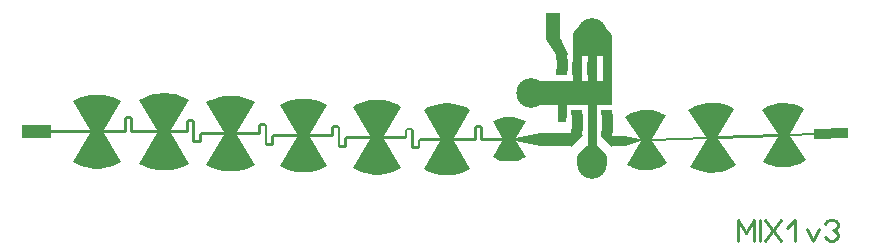
<source format=gbr>
%FSLAX34Y34*%
%MOMM*%
%LNCOPPER_TOP*%
G71*
G01*
%ADD10R,0.800X1.100*%
%ADD11C,0.800*%
%ADD12R,7.300X2.100*%
%ADD13C,2.500*%
%ADD14C,0.930*%
%ADD15C,0.010*%
%ADD16C,1.200*%
%ADD17C,0.222*%
%LPD*%
X457770Y912450D02*
G54D10*
D03*
X457770Y953250D02*
G54D10*
D03*
X470470Y912450D02*
G54D10*
D03*
G36*
X466470Y958750D02*
X474470Y958750D01*
X474470Y947750D01*
X466470Y947750D01*
X466470Y958750D01*
G37*
X483170Y912450D02*
G54D10*
D03*
G36*
X479170Y958750D02*
X487170Y958750D01*
X487170Y947750D01*
X479170Y947750D01*
X479170Y958750D01*
G37*
X495870Y912450D02*
G54D10*
D03*
X495870Y953250D02*
G54D10*
D03*
G54D11*
X457770Y912450D02*
X457770Y930450D01*
G54D11*
X483170Y912450D02*
X483170Y930050D01*
X482770Y930450D01*
G54D11*
X470470Y953250D02*
X470500Y940700D01*
X467870Y936150D01*
X467270Y935450D01*
G54D11*
X483170Y953250D02*
X483170Y934850D01*
X482770Y934450D01*
G54D11*
X495870Y953250D02*
X495870Y935550D01*
X494770Y934450D01*
X463470Y932450D02*
G54D12*
D03*
X431770Y932450D02*
G54D13*
D03*
X483170Y982850D02*
G54D13*
D03*
G54D11*
X470470Y953250D02*
X470470Y975150D01*
X479770Y986450D01*
G54D11*
X495870Y953250D02*
X495870Y980350D01*
X490770Y985450D01*
G54D11*
X483170Y953250D02*
X483170Y982850D01*
G54D11*
X470770Y967450D02*
X494770Y967450D01*
X480770Y967450D01*
X474770Y973450D01*
G36*
X470470Y975150D02*
X470470Y982150D01*
X475770Y987450D01*
X490014Y987426D01*
X495870Y980350D01*
X495870Y968550D01*
X494770Y967450D01*
X470470Y975150D01*
G37*
G54D11*
X470470Y975150D02*
X470470Y982150D01*
X475770Y987450D01*
X490014Y987426D01*
X495870Y980350D01*
X495870Y968550D01*
X494770Y967450D01*
X470470Y975150D01*
G54D14*
X470445Y913400D02*
X470437Y901531D01*
G36*
X475095Y913397D02*
X465795Y913403D01*
X465798Y918053D01*
X475098Y918047D01*
X475095Y913397D01*
G37*
G36*
X465787Y901534D02*
X475087Y901528D01*
X475084Y896878D01*
X465784Y896884D01*
X465787Y901534D01*
G37*
G36*
X465799Y887688D02*
X475034Y896883D01*
X465832Y896874D01*
X465799Y887688D01*
G37*
G54D15*
X465799Y887688D02*
X475034Y896883D01*
X465832Y896874D01*
X465799Y887688D01*
G54D11*
X483170Y912450D02*
X483170Y871850D01*
X483270Y871750D01*
X483170Y871850D02*
G54D13*
D03*
G54D14*
X457770Y952250D02*
X457770Y960250D01*
G36*
X453120Y952250D02*
X462420Y952250D01*
X462420Y947600D01*
X453120Y947600D01*
X453120Y952250D01*
G37*
G36*
X462420Y960250D02*
X453120Y960250D01*
X453120Y964900D01*
X462420Y964900D01*
X462420Y960250D01*
G37*
G54D14*
X475270Y871750D02*
X475270Y878250D01*
X483020Y886000D01*
G54D14*
X491112Y871750D02*
X491112Y878250D01*
X483362Y886000D01*
G54D14*
X495870Y913400D02*
X495878Y900031D01*
G36*
X500520Y913403D02*
X491220Y913397D01*
X491217Y918047D01*
X500517Y918053D01*
X500520Y913403D01*
G37*
G36*
X491228Y900029D02*
X500528Y900034D01*
X500531Y895384D01*
X491231Y895379D01*
X491228Y900029D01*
G37*
G36*
X499328Y887478D02*
X491281Y895383D01*
X499233Y895374D01*
X499328Y887478D01*
G37*
G54D15*
X499328Y887478D02*
X491281Y895383D01*
X499233Y895374D01*
X499328Y887478D01*
G36*
X453169Y964899D02*
X444071Y978001D01*
X455974Y977982D01*
X462370Y964899D01*
X453169Y964899D01*
G37*
G54D15*
X453169Y964899D02*
X444071Y978001D01*
X455974Y977982D01*
X462370Y964899D01*
X453169Y964899D01*
G54D16*
X450020Y984000D02*
X450020Y994000D01*
G36*
X444020Y984000D02*
X456020Y984000D01*
X456020Y978000D01*
X444020Y978000D01*
X444020Y984000D01*
G37*
G36*
X456020Y994000D02*
X444020Y994000D01*
X444020Y1000000D01*
X456020Y1000000D01*
X456020Y994000D01*
G37*
G54D17*
X607087Y807087D02*
X607087Y824865D01*
X613754Y813754D01*
X620420Y824865D01*
X620420Y807087D01*
G54D17*
X625309Y807087D02*
X625309Y824865D01*
G54D17*
X630198Y824865D02*
X643531Y807087D01*
G54D17*
X630198Y807087D02*
X643531Y824865D01*
G54D17*
X648420Y818198D02*
X655087Y824865D01*
X655087Y807087D01*
G54D17*
X665132Y817087D02*
X670465Y807087D01*
X675799Y817087D01*
G54D17*
X680688Y821531D02*
X682021Y823754D01*
X684688Y824865D01*
X687355Y824865D01*
X690021Y823754D01*
X691355Y821531D01*
X691355Y819309D01*
X690021Y817087D01*
X687355Y815976D01*
X690021Y814865D01*
X691355Y812643D01*
X691355Y810420D01*
X690021Y808198D01*
X687355Y807087D01*
X684688Y807087D01*
X682021Y808198D01*
X680688Y810420D01*
G36*
X796Y893793D02*
X25599Y893793D01*
X25599Y904995D01*
X796Y904995D01*
X796Y893793D01*
G37*
G36*
X25599Y898189D02*
X58468Y898189D01*
X58468Y900599D01*
X25599Y900599D01*
X25599Y898189D01*
G37*
G36*
X58468Y898189D02*
X58468Y900599D01*
X44040Y925224D01*
X47456Y927010D01*
X51028Y928460D01*
X54723Y929559D01*
X58507Y930297D01*
X62344Y930668D01*
X66199Y930668D01*
X70036Y930297D01*
X73819Y929559D01*
X77514Y928460D01*
X81086Y927010D01*
X84502Y925224D01*
X70074Y900599D01*
X70074Y898189D01*
X84502Y873564D01*
X81086Y871778D01*
X77514Y870329D01*
X73819Y869230D01*
X70036Y868491D01*
X66199Y868120D01*
X62344Y868120D01*
X58507Y868491D01*
X54723Y869230D01*
X51028Y870329D01*
X47456Y871778D01*
X44040Y873564D01*
X58468Y898189D01*
G37*
G36*
X70074Y898189D02*
X88115Y898189D01*
X89819Y899893D01*
X89819Y910093D01*
X92229Y910093D01*
X92229Y899893D01*
X93934Y898189D01*
X115372Y898189D01*
X115372Y900599D01*
X94640Y900599D01*
X94640Y910799D01*
X92935Y912503D01*
X89113Y912503D01*
X87409Y910799D01*
X87409Y900599D01*
X70074Y900599D01*
X70074Y898189D01*
G37*
G36*
X115372Y898189D02*
X115372Y900599D01*
X100212Y926473D01*
X103752Y928324D01*
X107453Y929826D01*
X111281Y930964D01*
X115202Y931730D01*
X119178Y932114D01*
X123172Y932114D01*
X127148Y931730D01*
X131068Y930964D01*
X134897Y929826D01*
X138598Y928324D01*
X142137Y926473D01*
X126978Y900599D01*
X126978Y898189D01*
X142137Y872315D01*
X138598Y870464D01*
X134897Y868962D01*
X131068Y867824D01*
X127148Y867059D01*
X123172Y866674D01*
X119178Y866674D01*
X115202Y867059D01*
X111281Y867824D01*
X107453Y868962D01*
X103752Y870464D01*
X100212Y872315D01*
X115372Y898189D01*
G37*
G36*
X126978Y898189D02*
X140137Y898189D01*
X141842Y899893D01*
X141842Y907764D01*
X144900Y907764D01*
X144900Y891754D01*
X146605Y890050D01*
X151075Y890050D01*
X152780Y891754D01*
X152780Y896625D01*
X171614Y896625D01*
X171614Y899035D01*
X152074Y899035D01*
X150369Y897331D01*
X150369Y892460D01*
X147311Y892460D01*
X147311Y908470D01*
X145606Y910174D01*
X141136Y910174D01*
X139431Y908470D01*
X139431Y900599D01*
X126978Y900599D01*
X126978Y898189D01*
G37*
G36*
X171614Y896625D02*
X171614Y899035D01*
X156873Y924194D01*
X160342Y926007D01*
X163969Y927479D01*
X167721Y928595D01*
X171563Y929345D01*
X175459Y929722D01*
X179374Y929722D01*
X183270Y929345D01*
X187112Y928595D01*
X190864Y927479D01*
X194491Y926007D01*
X197960Y924194D01*
X183219Y899035D01*
X183219Y896625D01*
X197960Y871467D01*
X194491Y869653D01*
X190864Y868181D01*
X187112Y867065D01*
X183270Y866315D01*
X179374Y865939D01*
X175459Y865939D01*
X171563Y866315D01*
X167721Y867065D01*
X163969Y868181D01*
X160342Y869653D01*
X156873Y871467D01*
X171614Y896625D01*
G37*
G36*
X183219Y896625D02*
X201395Y896625D01*
X203100Y898329D01*
X203100Y904578D01*
X206158Y904578D01*
X206158Y888812D01*
X207863Y887108D01*
X212333Y887108D01*
X214038Y888812D01*
X214038Y895061D01*
X233376Y895061D01*
X233376Y897471D01*
X213332Y897471D01*
X211627Y895767D01*
X211627Y889518D01*
X208569Y889518D01*
X208569Y905284D01*
X206864Y906988D01*
X202394Y906988D01*
X200689Y905284D01*
X200689Y899035D01*
X183219Y899035D01*
X183219Y896625D01*
G37*
G36*
X233376Y895061D02*
X233376Y897471D01*
X219028Y921960D01*
X222430Y923740D01*
X225988Y925184D01*
X229669Y926278D01*
X233437Y927014D01*
X237259Y927383D01*
X241099Y927383D01*
X244921Y927014D01*
X248690Y926278D01*
X252370Y925184D01*
X255928Y923740D01*
X259331Y921960D01*
X244982Y897471D01*
X244982Y895061D01*
X259331Y870572D01*
X255928Y868792D01*
X252370Y867349D01*
X248690Y866254D01*
X244921Y865519D01*
X241099Y865149D01*
X237259Y865149D01*
X233437Y865519D01*
X229669Y866254D01*
X225988Y867349D01*
X222430Y868792D01*
X219028Y870572D01*
X233376Y895061D01*
G37*
G36*
X244982Y895061D02*
X263158Y895061D01*
X264862Y896765D01*
X264862Y902899D01*
X267921Y902899D01*
X267921Y887363D01*
X269625Y885659D01*
X274096Y885659D01*
X275800Y887363D01*
X275800Y893497D01*
X295668Y893497D01*
X295668Y895907D01*
X275094Y895907D01*
X273390Y894203D01*
X273390Y888069D01*
X270331Y888069D01*
X270331Y903605D01*
X268627Y905309D01*
X264156Y905309D01*
X262452Y903605D01*
X262452Y897471D01*
X244982Y897471D01*
X244982Y895061D01*
G37*
G36*
X295668Y893497D02*
X295668Y895907D01*
X281111Y920752D01*
X284549Y922550D01*
X288144Y924009D01*
X291862Y925115D01*
X295670Y925858D01*
X299532Y926231D01*
X303411Y926231D01*
X307273Y925858D01*
X311080Y925115D01*
X314799Y924009D01*
X318394Y922550D01*
X321831Y920752D01*
X307274Y895907D01*
X307274Y893497D01*
X321831Y868652D01*
X318394Y866854D01*
X314799Y865395D01*
X311080Y864289D01*
X307273Y863546D01*
X303411Y863173D01*
X299532Y863173D01*
X295670Y863546D01*
X291862Y864289D01*
X288144Y865395D01*
X284549Y866854D01*
X281111Y868652D01*
X295668Y893497D01*
G37*
G36*
X307274Y893497D02*
X325396Y893497D01*
X327100Y895201D01*
X327100Y900553D01*
X330159Y900553D01*
X330159Y886582D01*
X331863Y884878D01*
X336334Y884878D01*
X338038Y886582D01*
X338038Y891934D01*
X354713Y891934D01*
X354713Y894344D01*
X337332Y894344D01*
X335628Y892640D01*
X335628Y887288D01*
X332569Y887288D01*
X332569Y901259D01*
X330865Y902963D01*
X326394Y902963D01*
X324690Y901259D01*
X324690Y895907D01*
X307274Y895907D01*
X307274Y893497D01*
G37*
G36*
X354713Y891934D02*
X354713Y894344D01*
X340721Y918225D01*
X344064Y919972D01*
X347559Y921390D01*
X351174Y922466D01*
X354876Y923188D01*
X358630Y923551D01*
X362402Y923551D01*
X366156Y923188D01*
X369858Y922466D01*
X373474Y921390D01*
X376969Y919972D01*
X380311Y918225D01*
X366319Y894344D01*
X366319Y891934D01*
X380311Y868054D01*
X376969Y866306D01*
X373474Y864888D01*
X369858Y863812D01*
X366156Y863090D01*
X362402Y862727D01*
X358630Y862727D01*
X354876Y863090D01*
X351174Y863812D01*
X347559Y864888D01*
X344064Y866306D01*
X340721Y868054D01*
X354713Y891934D01*
G37*
G36*
X366319Y891934D02*
X384169Y891934D01*
X385873Y893638D01*
X385873Y902978D01*
X388283Y902978D01*
X388283Y893638D01*
X389988Y891934D01*
X407518Y891934D01*
X407518Y894344D01*
X390694Y894344D01*
X390694Y903684D01*
X388989Y905388D01*
X385167Y905388D01*
X383463Y903684D01*
X383463Y894344D01*
X366319Y894344D01*
X366319Y891934D01*
G37*
G36*
X407518Y891934D02*
X407518Y894344D01*
X399342Y908297D01*
X401702Y909532D01*
X404170Y910533D01*
X406724Y911292D01*
X409338Y911802D01*
X411989Y912059D01*
X414652Y912059D01*
X417303Y911802D01*
X419918Y911292D01*
X422470Y910533D01*
X424938Y909532D01*
X427299Y908297D01*
X419123Y894344D01*
X419123Y891934D01*
X427299Y877981D01*
X424938Y876747D01*
X422470Y875745D01*
X419918Y874986D01*
X417303Y874476D01*
X414652Y874219D01*
X411989Y874219D01*
X409338Y874476D01*
X406724Y874986D01*
X404170Y875745D01*
X401702Y876747D01*
X399342Y877981D01*
X407518Y891934D01*
G37*
G36*
X439055Y887538D02*
X439055Y898740D01*
X419123Y894344D01*
X419123Y891934D01*
X439055Y887538D01*
G37*
G36*
X439055Y887538D02*
X465758Y887538D01*
X465858Y898740D01*
X439055Y898740D01*
X439055Y887538D01*
G37*
G36*
X699916Y902759D02*
X671014Y901750D01*
X671322Y892924D01*
X700224Y893934D01*
X699916Y902759D01*
G37*
G36*
X671133Y898337D02*
X650605Y897620D01*
X650674Y895621D01*
X671202Y896337D01*
X671133Y898337D01*
G37*
G36*
X650605Y897620D02*
X650674Y895621D01*
X664651Y875177D01*
X661940Y873505D01*
X659082Y872095D01*
X656106Y870959D01*
X653035Y870109D01*
X649899Y869551D01*
X646723Y869290D01*
X643537Y869328D01*
X640370Y869667D01*
X637247Y870301D01*
X634198Y871226D01*
X631250Y872433D01*
X628428Y873912D01*
X640945Y895281D01*
X640875Y897280D01*
X626898Y917723D01*
X629610Y919396D01*
X632467Y920806D01*
X635444Y921941D01*
X638514Y922792D01*
X641651Y923350D01*
X644826Y923611D01*
X648012Y923572D01*
X651180Y923234D01*
X654302Y922600D01*
X657351Y921675D01*
X660299Y920467D01*
X663121Y918988D01*
X650605Y897620D01*
G37*
G36*
X640875Y897280D02*
X589976Y895502D01*
X590045Y893503D01*
X640945Y895281D01*
X640875Y897280D01*
G37*
G36*
X589976Y895502D02*
X590045Y893503D01*
X605383Y871070D01*
X602478Y869278D01*
X599418Y867768D01*
X596229Y866552D01*
X592940Y865641D01*
X589580Y865043D01*
X586178Y864763D01*
X582766Y864805D01*
X579372Y865167D01*
X576028Y865846D01*
X572762Y866837D01*
X569604Y868130D01*
X566581Y869715D01*
X580316Y893164D01*
X580246Y895163D01*
X564909Y917596D01*
X567814Y919388D01*
X570874Y920898D01*
X574063Y922114D01*
X577352Y923026D01*
X580712Y923623D01*
X584113Y923903D01*
X587526Y923861D01*
X590919Y923499D01*
X594264Y922820D01*
X597530Y921829D01*
X600688Y920536D01*
X603711Y918951D01*
X589976Y895502D01*
G37*
G36*
X580246Y895163D02*
X534102Y893551D01*
X534172Y891552D01*
X580316Y893164D01*
X580246Y895163D01*
G37*
G36*
X534102Y893551D02*
X534172Y891552D01*
X547140Y872585D01*
X544571Y871001D01*
X541865Y869666D01*
X539046Y868590D01*
X536137Y867785D01*
X533166Y867256D01*
X530159Y867009D01*
X527141Y867046D01*
X524141Y867366D01*
X521183Y867966D01*
X518295Y868842D01*
X515503Y869986D01*
X512830Y871387D01*
X524443Y891212D01*
X524373Y893212D01*
X511406Y912178D01*
X513974Y913763D01*
X516680Y915098D01*
X519500Y916174D01*
X522408Y916979D01*
X525379Y917508D01*
X528387Y917755D01*
X531404Y917718D01*
X534405Y917398D01*
X537362Y916797D01*
X540250Y915921D01*
X543042Y914778D01*
X545715Y913377D01*
X534102Y893551D01*
G37*
G36*
X511016Y896162D02*
X511324Y887337D01*
X524443Y891212D01*
X524373Y893212D01*
X511016Y896162D01*
G37*
G36*
X511016Y896162D02*
X499114Y896153D01*
X499322Y887428D01*
X511324Y887337D01*
X511016Y896162D01*
G37*
M02*

</source>
